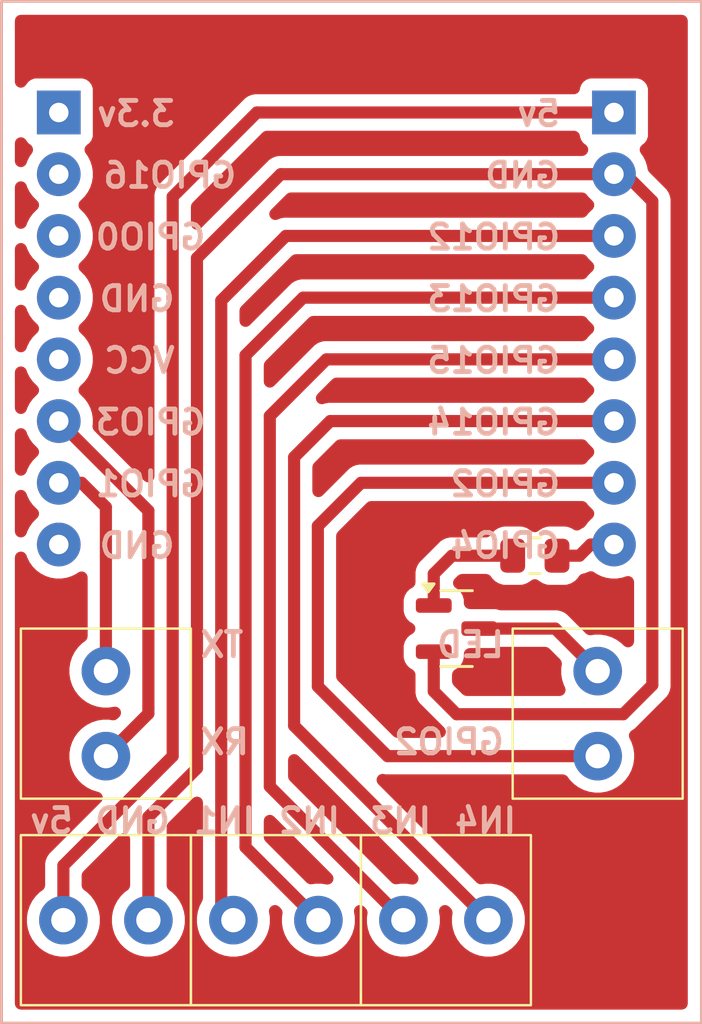
<source format=kicad_pcb>
(kicad_pcb (version 20241229) (generator "pcbnew") (generator_version "9.0")
  (layers (0 "F.Cu" signal) (2 "B.Cu" signal) (13 "F.Paste" user) (15 "B.Paste" user) (5 "F.SilkS" user "F.Silkscreen") (7 "B.SilkS" user "B.Silkscreen") (1 "F.Mask" user) (3 "B.Mask" user) (25 "Edge.Cuts" user))
  (net 0 "")
  (footprint "Resistor_SMD:R_0805_2012Metric" (layer "F.Cu") (at 55.1625 66.5 180)
    (property "Reference" "REF**" (hide yes))
    (property "Value" "R_0805_2012Metric" (hide yes))
    (fp_line (start -0.227064 0.735) (end 0.227064 0.735) (stroke (width 0.12)) (layer "F.SilkS"))
    (fp_line (start -0.227064 -0.735) (end 0.227064 -0.735) (stroke (width 0.12)) (layer "F.SilkS"))
    (pad "1" smd roundrect (at -0.9125 0 180) (size 1.025 1.4) (layers "F.Cu" "F.Mask" "F.Paste") (roundrect_rratio 0.243902))
    (pad "2" smd roundrect (at 0.9125 0 180) (size 1.025 1.4) (layers "F.Cu" "F.Mask" "F.Paste") (roundrect_rratio 0.243902))
  )
  (footprint "my:connector 7x7 custom" (layer "F.Cu") (at 49.75 81.5)
    (property "Reference" "REF**" (hide yes))
    (property "Value" "connector 7x7 custom" (hide yes))
    (fp_rect (start -1.75 -3.5) (end 5.25 3.5) (stroke (width 0.1)) (fill no) (layer "F.SilkS"))
    (pad "1" thru_hole circle (at 0 0) (size 2 2) (drill 1) (layers "*.Cu" "*.Mask"))
    (pad "2" thru_hole circle (at 3.5 0) (size 2 2) (drill 1) (layers "*.Cu" "*.Mask"))
  )
  (footprint "my:connector 7x7 custom" (layer "F.Cu") (at 35.75 81.5)
    (property "Reference" "REF**" (hide yes))
    (property "Value" "connector 7x7 custom" (hide yes))
    (fp_rect (start -1.75 -3.5) (end 5.25 3.5) (stroke (width 0.1)) (fill no) (layer "F.SilkS"))
    (pad "1" thru_hole circle (at 0 0) (size 2 2) (drill 1) (layers "*.Cu" "*.Mask"))
    (pad "2" thru_hole circle (at 3.5 0) (size 2 2) (drill 1) (layers "*.Cu" "*.Mask"))
  )
  (footprint "RF_Module:Без имени_1" (layer "F.Cu") (at 35.56 48.26)
    (property "Reference" "REF**" (hide yes))
    (property "Value" "ESP32-CAM")
    (fp_text user "GPIO15" (at 20.755 10.795 0) (layer "B.SilkS") (effects (font (thickness 0.2) (bold yes)) (justify left bottom mirror)))
    (fp_text user "GPIO0" (at 6.15 5.715 0) (layer "B.SilkS") (effects (font (thickness 0.2) (bold yes)) (justify left bottom mirror)))
    (fp_text user "VCC" (at 4.88 10.795 0) (layer "B.SilkS") (effects (font (thickness 0.2) (bold yes)) (justify left bottom mirror)))
    (fp_text user "GPIO12" (at 20.755 5.715 0) (layer "B.SilkS") (effects (font (thickness 0.2) (bold yes)) (justify left bottom mirror)))
    (fp_text user "GPIO4" (at 20.755 18.415 0) (layer "B.SilkS") (effects (font (thickness 0.2) (bold yes)) (justify left bottom mirror)))
    (fp_text user "GND" (at 4.88 8.255 0) (layer "B.SilkS") (effects (font (thickness 0.2) (bold yes)) (justify left bottom mirror)))
    (fp_text user "GND" (at 4.88 18.415 0) (layer "B.SilkS") (effects (font (thickness 0.2) (bold yes)) (justify left bottom mirror)))
    (fp_text user "5v" (at 20.755 0.635 0) (layer "B.SilkS") (effects (font (thickness 0.2) (bold yes)) (justify left bottom mirror)))
    (fp_text user "GPIO16" (at 7.42 3.175 0) (layer "B.SilkS") (effects (font (thickness 0.2) (bold yes)) (justify left bottom mirror)))
    (fp_text user "GND" (at 20.755 3.175 0) (layer "B.SilkS") (effects (font (thickness 0.2) (bold yes)) (justify left bottom mirror)))
    (fp_text user "GPIO1" (at 6.15 15.875 0) (layer "B.SilkS") (effects (font (thickness 0.2) (bold yes)) (justify left bottom mirror)))
    (fp_text user "GPIO2" (at 20.755 15.875 0) (layer "B.SilkS") (effects (font (thickness 0.2) (bold yes)) (justify left bottom mirror)))
    (fp_text user "GPIO14" (at 20.755 13.335 0) (layer "B.SilkS") (effects (font (thickness 0.2) (bold yes)) (justify left bottom mirror)))
    (fp_text user "GPIO13" (at 20.755 8.255 0) (layer "B.SilkS") (effects (font (thickness 0.2) (bold yes)) (justify left bottom mirror)))
    (fp_text user "3.3v" (at 4.88 0.635 0) (layer "B.SilkS") (effects (font (thickness 0.2) (bold yes)) (justify left bottom mirror)))
    (fp_text user "GPIO3" (at 6.15 13.335 0) (layer "B.SilkS") (effects (font (thickness 0.2) (bold yes)) (justify left bottom mirror)))
    (pad "1" thru_hole rect (at 0 0) (size 1.8 1.8) (drill 0.8) (layers "*.Cu" "*.Mask"))
    (pad "2" thru_hole circle (at 0 2.54) (size 1.8 1.8) (drill 0.8) (layers "*.Cu" "*.Mask"))
    (pad "3" thru_hole circle (at 0 5.08) (size 1.8 1.8) (drill 0.8) (layers "*.Cu" "*.Mask"))
    (pad "4" thru_hole circle (at 0 7.62) (size 1.8 1.8) (drill 0.8) (layers "*.Cu" "*.Mask"))
    (pad "5" thru_hole circle (at 0 10.16) (size 1.8 1.8) (drill 0.8) (layers "*.Cu" "*.Mask"))
    (pad "6" thru_hole circle (at 0 12.7) (size 1.8 1.8) (drill 0.8) (layers "*.Cu" "*.Mask"))
    (pad "7" thru_hole circle (at 0 15.24) (size 1.8 1.8) (drill 0.8) (layers "*.Cu" "*.Mask"))
    (pad "8" thru_hole circle (at 0 17.78) (size 1.8 1.8) (drill 0.8) (layers "*.Cu" "*.Mask"))
    (pad "9" thru_hole rect (at 22.86 0) (size 1.8 1.8) (drill 0.8) (layers "*.Cu" "*.Mask"))
    (pad "10" thru_hole circle (at 22.86 2.54) (size 1.8 1.8) (drill 0.8) (layers "*.Cu" "*.Mask"))
    (pad "11" thru_hole circle (at 22.86 5.08) (size 1.8 1.8) (drill 0.8) (layers "*.Cu" "*.Mask"))
    (pad "12" thru_hole circle (at 22.86 7.62) (size 1.8 1.8) (drill 0.8) (layers "*.Cu" "*.Mask"))
    (pad "13" thru_hole circle (at 22.86 10.16) (size 1.8 1.8) (drill 0.8) (layers "*.Cu" "*.Mask"))
    (pad "14" thru_hole circle (at 22.86 12.7) (size 1.8 1.8) (drill 0.8) (layers "*.Cu" "*.Mask"))
    (pad "15" thru_hole circle (at 22.86 15.24) (size 1.8 1.8) (drill 0.8) (layers "*.Cu" "*.Mask"))
    (pad "16" thru_hole circle (at 22.86 17.78) (size 1.8 1.8) (drill 0.8) (layers "*.Cu" "*.Mask"))
  )
  (footprint "my:connector 7x7 custom" (layer "F.Cu") (at 57.75 74.75 90)
    (property "Reference" "REF**" (hide yes))
    (property "Value" "connector 7x7 custom" (hide yes))
    (fp_rect (start -1.75 -3.5) (end 5.25 3.5) (stroke (width 0.1)) (fill no) (layer "F.SilkS"))
    (pad "1" thru_hole circle (at 0 0 90) (size 2 2) (drill 1) (layers "*.Cu" "*.Mask"))
    (pad "2" thru_hole circle (at 3.5 0 90) (size 2 2) (drill 1) (layers "*.Cu" "*.Mask"))
  )
  (footprint "my:коннектор" (layer "F.Cu") (at 37.5 71.25 -90)
    (property "Reference" "REF**" (hide yes))
    (property "Value" "коннектор" (hide yes))
    (fp_rect (start -1.75 -3.5) (end 5.25 3.5) (stroke (width 0.1)) (fill no) (layer "F.SilkS"))
    (pad "1" thru_hole circle (at 0 0 270) (size 2 2) (drill 1) (layers "*.Cu" "*.Mask"))
    (pad "2" thru_hole circle (at 3.5 0 270) (size 2 2) (drill 1) (layers "*.Cu" "*.Mask"))
  )
  (footprint "my:connector 7x7 custom" (layer "F.Cu") (at 42.75 81.5)
    (property "Reference" "REF**" (hide yes))
    (property "Value" "connector 7x7 custom" (hide yes))
    (fp_rect (start -1.75 -3.5) (end 5.25 3.5) (stroke (width 0.1)) (fill no) (layer "F.SilkS"))
    (pad "1" thru_hole circle (at 0 0) (size 2 2) (drill 1) (layers "*.Cu" "*.Mask"))
    (pad "2" thru_hole circle (at 3.5 0) (size 2 2) (drill 1) (layers "*.Cu" "*.Mask"))
  )
  (footprint "Package_TO_SOT_SMD:SOT-23" (layer "F.Cu") (at 51.9375 69.5)
    (property "Reference" "REF**" (hide yes))
    (property "Value" "SOT-23" (hide yes))
    (fp_line (start 0 -1.56) (end -0.65 -1.56) (stroke (width 0.12)) (layer "F.SilkS"))
    (fp_line (start 0 -1.56) (end 0.65 -1.56) (stroke (width 0.12)) (layer "F.SilkS"))
    (fp_line (start 0 1.56) (end -0.65 1.56) (stroke (width 0.12)) (layer "F.SilkS"))
    (fp_line (start 0 1.56) (end 0.65 1.56) (stroke (width 0.12)) (layer "F.SilkS"))
    (fp_poly (pts (xy -1.1625 -1.51) (xy -1.4025 -1.84) (xy -0.9225 -1.84) (xy -1.1625 -1.51)) (stroke (width 0.12)) (fill yes) (layer "F.SilkS"))
    (pad "1" smd roundrect (at -0.9375 -0.95) (size 1.475 0.6) (layers "F.Cu" "F.Mask" "F.Paste"))
    (pad "2" smd roundrect (at -0.9375 0.95) (size 1.475 0.6) (layers "F.Cu" "F.Mask" "F.Paste"))
    (pad "3" smd roundrect (at 0.9375 0) (size 1.475 0.6) (layers "F.Cu" "F.Mask" "F.Paste"))
  )
  (gr_rect (start 33.201 43.688) (end 62.011 85.733) (stroke (width 0.1)) (fill no) (layer "F.Cu"))
  (gr_rect (start 33.19 43.688) (end 62.011 85.733) (stroke (width 0.1)) (fill no) (layer "B.SilkS"))
  (gr_text "IN2" (at 47.25 78 0) (layer "B.SilkS") (effects (font (size 1 1) (thickness 0.2) (bold yes)) (justify left bottom mirror)))
  (gr_text "5v" (at 36.25 78 0) (layer "B.SilkS") (effects (font (size 1 1) (thickness 0.2) (bold yes)) (justify left bottom mirror)))
  (gr_text "IN1" (at 43.75 78 0) (layer "B.SilkS") (effects (font (size 1 1) (thickness 0.2) (bold yes)) (justify left bottom mirror)))
  (gr_text "TX" (at 43.261905 70.75 0) (layer "B.SilkS") (effects (font (size 1 1) (thickness 0.2) (bold yes)) (justify left bottom mirror)))
  (gr_text "GND" (at 40.25 78 0) (layer "B.SilkS") (effects (font (size 1 1) (thickness 0.2) (bold yes)) (justify left bottom mirror)))
  (gr_text "GPIO2" (at 54 74.75 0) (layer "B.SilkS") (effects (font (size 1 1) (thickness 0.2) (bold yes)) (justify left bottom mirror)))
  (gr_text "IN3" (at 51 78 0) (layer "B.SilkS") (effects (font (size 1 1) (thickness 0.2) (bold yes)) (justify left bottom mirror)))
  (gr_text "RX" (at 43.5 74.75 0) (layer "B.SilkS") (effects (font (size 1 1) (thickness 0.2) (bold yes)) (justify left bottom mirror)))
  (gr_text "IN4" (at 54.5 78 0) (layer "B.SilkS") (effects (font (size 1 1) (thickness 0.2) (bold yes)) (justify left bottom mirror)))
  (gr_text "LED" (at 54 70.75 0) (layer "B.SilkS") (effects (font (size 1 1) (thickness 0.2) (bold yes)) (justify left bottom mirror)))
  (segment (start 58.42 63.5) (end 48.006 63.5) (width 0.5) (layer "F.Cu") (net 0))
  (segment (start 42.25 56) (end 44.91 53.34) (width 0.5) (layer "F.Cu") (net 0))
  (segment (start 42.25 81) (end 42.25 56) (width 0.5) (layer "F.Cu") (net 0))
  (segment (start 40.25 51.725) (end 43.715 48.26) (width 0.5) (layer "F.Cu") (net 0))
  (segment (start 36.5 63.5) (end 37.5 64.5) (width 0.5) (layer "F.Cu") (net 0))
  (segment (start 57.62 60.96) (end 46.736 60.96) (width 0.5) (layer "F.Cu") (net 0))
  (segment (start 37.5 74.75) (end 39.25 73) (width 0.5) (layer "F.Cu") (net 0))
  (segment (start 44.25 60.75) (end 46.58 58.42) (width 0.5) (layer "F.Cu") (net 0))
  (segment (start 57 66.5) (end 56.075 66.5) (width 0.5) (layer "F.Cu") (net 0))
  (segment (start 49.75 81.5) (end 44.25 76) (width 0.5) (layer "F.Cu") (net 0))
  (segment (start 46.58 58.42) (end 57.62 58.42) (width 0.5) (layer "F.Cu") (net 0))
  (segment (start 52.875 69.5) (end 56 69.5) (width 0.5) (layer "F.Cu") (net 0))
  (segment (start 39.25 77.25) (end 39.25 81.5) (width 0.5) (layer "F.Cu") (net 0))
  (segment (start 51 70.45) (end 51 72.082) (width 0.5) (layer "F.Cu") (net 0))
  (segment (start 45.62 55.88) (end 57.62 55.88) (width 0.5) (layer "F.Cu") (net 0))
  (segment (start 46.736 60.96) (end 45.25 62.446) (width 0.5) (layer "F.Cu") (net 0))
  (segment (start 35.56 63.5) (end 36.5 63.5) (width 0.5) (layer "F.Cu") (net 0))
  (segment (start 45.25 73.5) (end 53.25 81.5) (width 0.5) (layer "F.Cu") (net 0))
  (segment (start 49.096 74.75) (end 57.75 74.75) (width 0.5) (layer "F.Cu") (net 0))
  (segment (start 60 71.826) (end 60 51.91) (width 0.5) (layer "F.Cu") (net 0))
  (segment (start 46.228 65.278) (end 46.228 71.882) (width 0.5) (layer "F.Cu") (net 0))
  (segment (start 43.25 78.5) (end 43.25 58.25) (width 0.5) (layer "F.Cu") (net 0))
  (segment (start 51.75 66.5) (end 51 67.25) (width 0.5) (layer "F.Cu") (net 0))
  (segment (start 37.5 64.5) (end 37.5 71.25) (width 0.5) (layer "F.Cu") (net 0))
  (segment (start 35.75 81.5) (end 35.75 79.25) (width 0.5) (layer "F.Cu") (net 0))
  (segment (start 41.25 54.25) (end 41.25 75.25) (width 0.5) (layer "F.Cu") (net 0))
  (segment (start 60 51.91) (end 58.89 50.8) (width 0.5) (layer "F.Cu") (net 0))
  (segment (start 40.25 74.75) (end 40.25 51.725) (width 0.5) (layer "F.Cu") (net 0))
  (segment (start 46.228 71.882) (end 49.096 74.75) (width 0.5) (layer "F.Cu") (net 0))
  (segment (start 58.801 73.025) (end 60 71.826) (width 0.5) (layer "F.Cu") (net 0))
  (segment (start 42.75 81.5) (end 42.25 81) (width 0.5) (layer "F.Cu") (net 0))
  (segment (start 54.25 66.5) (end 51.75 66.5) (width 0.5) (layer "F.Cu") (net 0))
  (segment (start 51 72.082) (end 51.943 73.025) (width 0.5) (layer "F.Cu") (net 0))
  (segment (start 58.42 66.04) (end 57.46 66.04) (width 0.5) (layer "F.Cu") (net 0))
  (segment (start 39.25 73) (end 39.25 72.75) (width 0.5) (layer "F.Cu") (net 0))
  (segment (start 44.25 76) (end 44.25 60.75) (width 0.5) (layer "F.Cu") (net 0))
  (segment (start 35.56 60.96) (end 39.25 64.65) (width 0.5) (layer "F.Cu") (net 0))
  (segment (start 35.75 79.25) (end 40.25 74.75) (width 0.5) (layer "F.Cu") (net 0))
  (segment (start 57.46 66.04) (end 57 66.5) (width 0.5) (layer "F.Cu") (net 0))
  (segment (start 48.006 63.5) (end 46.228 65.278) (width 0.5) (layer "F.Cu") (net 0))
  (segment (start 46.25 81.5) (end 43.25 78.5) (width 0.5) (layer "F.Cu") (net 0))
  (segment (start 58.42 50.8) (end 44.7 50.8) (width 0.5) (layer "F.Cu") (net 0))
  (segment (start 51.943 73.025) (end 58.801 73.025) (width 0.5) (layer "F.Cu") (net 0))
  (segment (start 56 69.5) (end 57.75 71.25) (width 0.5) (layer "F.Cu") (net 0))
  (segment (start 51 68.55) (end 51 67.25) (width 0.5) (layer "F.Cu") (net 0))
  (segment (start 39.25 64.65) (end 39.25 72.75) (width 0.5) (layer "F.Cu") (net 0))
  (segment (start 43.25 58.25) (end 45.62 55.88) (width 0.5) (layer "F.Cu") (net 0))
  (segment (start 41.25 75.25) (end 39.25 77.25) (width 0.5) (layer "F.Cu") (net 0))
  (segment (start 43.715 48.26) (end 58.42 48.26) (width 0.5) (layer "F.Cu") (net 0))
  (segment (start 44.7 50.8) (end 41.25 54.25) (width 0.5) (layer "F.Cu") (net 0))
  (segment (start 44.91 53.34) (end 57.62 53.34) (width 0.5) (layer "F.Cu") (net 0))
  (segment (start 45.25 62.446) (end 45.25 73.5) (width 0.5) (layer "F.Cu") (net 0))
  (zone (net 0) (net_name "") (layer "F.Cu") (connect_pads (clearance 0.5)) (min_thickness 0.5) (fill yes (thermal_gap 0.5) (thermal_bridge_width 0.5) (island_removal_mode 1) (island_area_min 10))
    (polygon (pts (xy 33.201 85.733) (xy 33.201 43.688) (xy 62.011 43.688) (xy 62.011 85.733)))
  )
)
</source>
